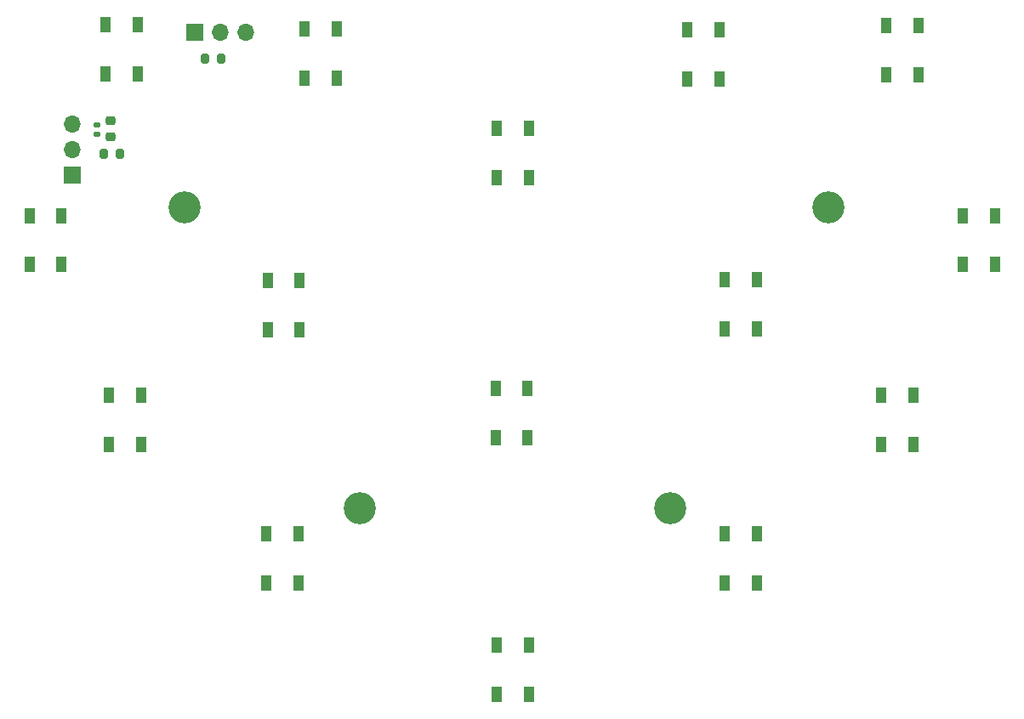
<source format=gts>
%TF.GenerationSoftware,KiCad,Pcbnew,6.0.4-6f826c9f35~116~ubuntu20.04.1*%
%TF.CreationDate,2022-04-29T20:59:42-06:00*%
%TF.ProjectId,heart,68656172-742e-46b6-9963-61645f706362,rev?*%
%TF.SameCoordinates,Original*%
%TF.FileFunction,Soldermask,Top*%
%TF.FilePolarity,Negative*%
%FSLAX46Y46*%
G04 Gerber Fmt 4.6, Leading zero omitted, Abs format (unit mm)*
G04 Created by KiCad (PCBNEW 6.0.4-6f826c9f35~116~ubuntu20.04.1) date 2022-04-29 20:59:42*
%MOMM*%
%LPD*%
G01*
G04 APERTURE LIST*
G04 Aperture macros list*
%AMRoundRect*
0 Rectangle with rounded corners*
0 $1 Rounding radius*
0 $2 $3 $4 $5 $6 $7 $8 $9 X,Y pos of 4 corners*
0 Add a 4 corners polygon primitive as box body*
4,1,4,$2,$3,$4,$5,$6,$7,$8,$9,$2,$3,0*
0 Add four circle primitives for the rounded corners*
1,1,$1+$1,$2,$3*
1,1,$1+$1,$4,$5*
1,1,$1+$1,$6,$7*
1,1,$1+$1,$8,$9*
0 Add four rect primitives between the rounded corners*
20,1,$1+$1,$2,$3,$4,$5,0*
20,1,$1+$1,$4,$5,$6,$7,0*
20,1,$1+$1,$6,$7,$8,$9,0*
20,1,$1+$1,$8,$9,$2,$3,0*%
G04 Aperture macros list end*
%ADD10C,3.200000*%
%ADD11R,1.000000X1.500000*%
%ADD12RoundRect,0.200000X-0.200000X-0.275000X0.200000X-0.275000X0.200000X0.275000X-0.200000X0.275000X0*%
%ADD13R,1.700000X1.700000*%
%ADD14O,1.700000X1.700000*%
%ADD15RoundRect,0.225000X-0.250000X0.225000X-0.250000X-0.225000X0.250000X-0.225000X0.250000X0.225000X0*%
%ADD16RoundRect,0.140000X-0.170000X0.140000X-0.170000X-0.140000X0.170000X-0.140000X0.170000X0.140000X0*%
G04 APERTURE END LIST*
D10*
%TO.C,H4*%
X98900000Y-133700000D03*
%TD*%
%TO.C,H3*%
X50576851Y-103700000D03*
%TD*%
%TO.C,H2*%
X68000000Y-133700000D03*
%TD*%
%TO.C,H1*%
X114600000Y-103700000D03*
%TD*%
D11*
%TO.C,D1*%
X35100000Y-109450000D03*
X38300000Y-109450000D03*
X38300000Y-104550000D03*
X35100000Y-104550000D03*
%TD*%
%TO.C,D12*%
X128000000Y-109450000D03*
X131200000Y-109450000D03*
X131200000Y-104550000D03*
X128000000Y-104550000D03*
%TD*%
%TO.C,D7*%
X42700000Y-90450000D03*
X45900000Y-90450000D03*
X45900000Y-85550000D03*
X42700000Y-85550000D03*
%TD*%
%TO.C,D11*%
X81600000Y-100750000D03*
X84800000Y-100750000D03*
X84800000Y-95850000D03*
X81600000Y-95850000D03*
%TD*%
%TO.C,D3*%
X81500000Y-126650000D03*
X84700000Y-126650000D03*
X84700000Y-121750000D03*
X81500000Y-121750000D03*
%TD*%
%TO.C,D14*%
X104300000Y-115850000D03*
X107500000Y-115850000D03*
X107500000Y-110950000D03*
X104300000Y-110950000D03*
%TD*%
%TO.C,D10*%
X119900000Y-127350000D03*
X123100000Y-127350000D03*
X123100000Y-122450000D03*
X119900000Y-122450000D03*
%TD*%
D12*
%TO.C,R2*%
X52575000Y-88900000D03*
X54225000Y-88900000D03*
%TD*%
D11*
%TO.C,D2*%
X43000000Y-127350000D03*
X46200000Y-127350000D03*
X46200000Y-122450000D03*
X43000000Y-122450000D03*
%TD*%
D13*
%TO.C,J2*%
X51575000Y-86300000D03*
D14*
X54115000Y-86300000D03*
X56655000Y-86300000D03*
%TD*%
D15*
%TO.C,C1*%
X43200000Y-95125000D03*
X43200000Y-96675000D03*
%TD*%
D12*
%TO.C,R1*%
X42475000Y-98400000D03*
X44125000Y-98400000D03*
%TD*%
D11*
%TO.C,D4*%
X58700000Y-141150000D03*
X61900000Y-141150000D03*
X61900000Y-136250000D03*
X58700000Y-136250000D03*
%TD*%
%TO.C,D15*%
X120400000Y-90550000D03*
X123600000Y-90550000D03*
X123600000Y-85650000D03*
X120400000Y-85650000D03*
%TD*%
%TO.C,D13*%
X100600000Y-90950000D03*
X103800000Y-90950000D03*
X103800000Y-86050000D03*
X100600000Y-86050000D03*
%TD*%
%TO.C,D5*%
X58800000Y-115950000D03*
X62000000Y-115950000D03*
X62000000Y-111050000D03*
X58800000Y-111050000D03*
%TD*%
D16*
%TO.C,C2*%
X41800000Y-95520000D03*
X41800000Y-96480000D03*
%TD*%
D11*
%TO.C,D6*%
X81600000Y-152250000D03*
X84800000Y-152250000D03*
X84800000Y-147350000D03*
X81600000Y-147350000D03*
%TD*%
%TO.C,D9*%
X62500000Y-90850000D03*
X65700000Y-90850000D03*
X65700000Y-85950000D03*
X62500000Y-85950000D03*
%TD*%
D13*
%TO.C,J1*%
X39400000Y-100515000D03*
D14*
X39400000Y-97975000D03*
X39400000Y-95435000D03*
%TD*%
D11*
%TO.C,D8*%
X104300000Y-141150000D03*
X107500000Y-141150000D03*
X107500000Y-136250000D03*
X104300000Y-136250000D03*
%TD*%
M02*

</source>
